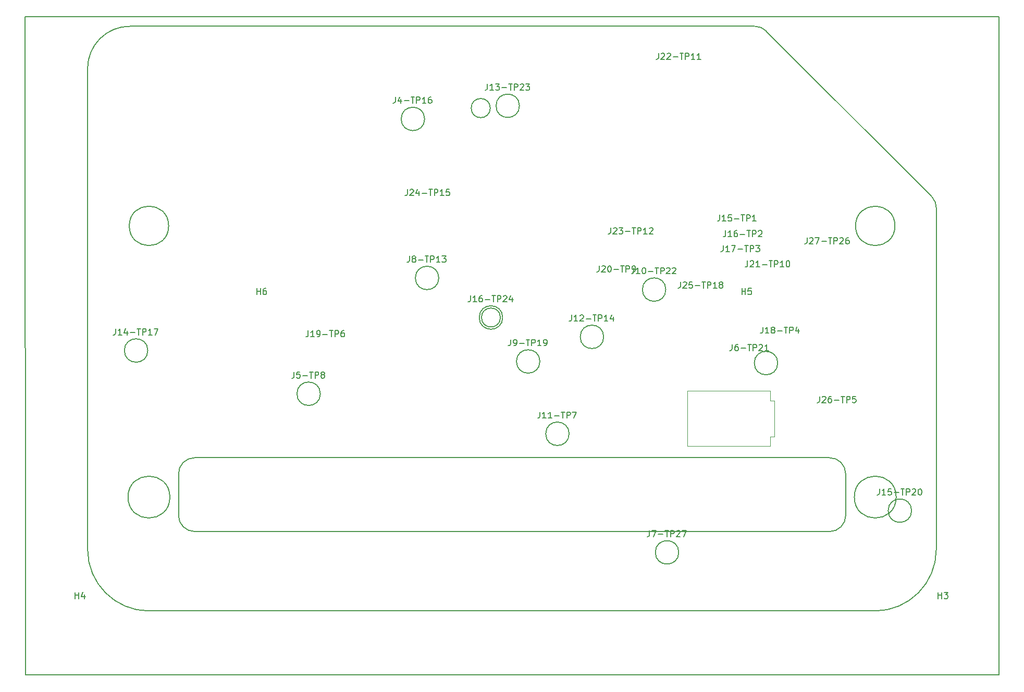
<source format=gto>
G04 #@! TF.GenerationSoftware,KiCad,Pcbnew,(5.1.5)-3*
G04 #@! TF.CreationDate,2020-04-28T11:43:09+02:00*
G04 #@! TF.ProjectId,carecasetesterpogo,63617265-6361-4736-9574-657374657270,rev?*
G04 #@! TF.SameCoordinates,Original*
G04 #@! TF.FileFunction,Legend,Top*
G04 #@! TF.FilePolarity,Positive*
%FSLAX46Y46*%
G04 Gerber Fmt 4.6, Leading zero omitted, Abs format (unit mm)*
G04 Created by KiCad (PCBNEW (5.1.5)-3) date 2020-04-28 11:43:09*
%MOMM*%
%LPD*%
G04 APERTURE LIST*
%ADD10C,0.150000*%
%ADD11C,0.200000*%
%ADD12C,0.100000*%
G04 APERTURE END LIST*
D10*
X157402630Y-77940000D02*
G75*
G03X157402630Y-77940000I-1902630J0D01*
G01*
X141992630Y-80070000D02*
G75*
G03X141992630Y-80070000I-1902630J0D01*
G01*
X97022630Y-117700000D02*
G75*
G03X97022630Y-117700000I-1902630J0D01*
G01*
X125052630Y-124730000D02*
G75*
G03X125052630Y-124730000I-1902630J0D01*
G01*
X144292630Y-105910000D02*
G75*
G03X144292630Y-105910000I-1902630J0D01*
G01*
X154306522Y-112340000D02*
G75*
G03X154306522Y-112340000I-1536522J0D01*
G01*
X154672630Y-112340000D02*
G75*
G03X154672630Y-112340000I-1902630J0D01*
G01*
X171082630Y-115480000D02*
G75*
G03X171082630Y-115480000I-1902630J0D01*
G01*
X181182630Y-107800000D02*
G75*
G03X181182630Y-107800000I-1902630J0D01*
G01*
X221112630Y-143720000D02*
G75*
G03X221112630Y-143720000I-1902630J0D01*
G01*
X183282630Y-150500000D02*
G75*
G03X183282630Y-150500000I-1902630J0D01*
G01*
X160722630Y-119480000D02*
G75*
G03X160722630Y-119480000I-1902630J0D01*
G01*
X165472630Y-131230000D02*
G75*
G03X165472630Y-131230000I-1902630J0D01*
G01*
X199362630Y-119740000D02*
G75*
G03X199362630Y-119740000I-1902630J0D01*
G01*
D11*
X235310000Y-63480000D02*
X235290000Y-170410000D01*
X77070000Y-63480000D02*
X235310000Y-63480000D01*
X77150000Y-170400000D02*
X77070000Y-63480000D01*
X104630000Y-135120000D02*
X207750000Y-135120000D01*
X195640000Y-65020000D02*
X94180000Y-65020000D01*
X77150000Y-170400000D02*
X235290000Y-170410000D01*
X152660000Y-78311679D02*
G75*
G03X152660000Y-78311679I-1550000J0D01*
G01*
X87240094Y-71860256D02*
G75*
G02X94160000Y-65020000I6850364J-9762D01*
G01*
X104671152Y-147109678D02*
G75*
G02X102010000Y-144490000I-41152J2619677D01*
G01*
X102010000Y-137780000D02*
X102010000Y-144490000D01*
X102010018Y-137781153D02*
G75*
G02X104629695Y-135120000I2619677J41153D01*
G01*
X100610000Y-141520000D02*
G75*
G03X100610000Y-141520000I-3400000J0D01*
G01*
X210410000Y-144460000D02*
X210410000Y-137740000D01*
X210409982Y-144458847D02*
G75*
G02X207790305Y-147120000I-2619677J-41153D01*
G01*
X207748843Y-135120018D02*
G75*
G02X210409996Y-137739695I41153J-2619677D01*
G01*
X218610000Y-141520000D02*
G75*
G03X218610000Y-141520000I-3400000J0D01*
G01*
D12*
X198160000Y-125820000D02*
X198810000Y-125820000D01*
X198160000Y-124270000D02*
X198160000Y-125820000D01*
X184710000Y-124270000D02*
X198160000Y-124270000D01*
X184710000Y-133220000D02*
X184710000Y-124270000D01*
X198160000Y-133220000D02*
X184710000Y-133220000D01*
X198160000Y-131720000D02*
X198160000Y-133220000D01*
X198810000Y-131720000D02*
X198160000Y-131720000D01*
X198810000Y-125820000D02*
X198810000Y-131720000D01*
D11*
X224399641Y-92710631D02*
G75*
G02X225140000Y-94599045I-1859641J-1818415D01*
G01*
X224400000Y-92710000D02*
X197510000Y-65800000D01*
X195670000Y-65019946D02*
G75*
G02X197511695Y-65795663I-10923J-2600052D01*
G01*
X218410000Y-97450000D02*
G75*
G03X218410000Y-97450000I-3200000J0D01*
G01*
X100410000Y-97450000D02*
G75*
G03X100410000Y-97450000I-3200000J0D01*
G01*
X104670000Y-147110000D02*
X207790000Y-147120000D01*
X87240000Y-150020000D02*
X87240000Y-71860000D01*
X225130000Y-150020000D02*
X225140000Y-94600000D01*
X97240000Y-160020000D02*
X215130000Y-160020000D01*
X225130000Y-150020000D02*
G75*
G02X215130000Y-160020000I-10000000J0D01*
G01*
X97240000Y-160020000D02*
G75*
G02X87240000Y-150020000I0J10000000D01*
G01*
D10*
X114738095Y-108602380D02*
X114738095Y-107602380D01*
X114738095Y-108078571D02*
X115309523Y-108078571D01*
X115309523Y-108602380D02*
X115309523Y-107602380D01*
X116214285Y-107602380D02*
X116023809Y-107602380D01*
X115928571Y-107650000D01*
X115880952Y-107697619D01*
X115785714Y-107840476D01*
X115738095Y-108030952D01*
X115738095Y-108411904D01*
X115785714Y-108507142D01*
X115833333Y-108554761D01*
X115928571Y-108602380D01*
X116119047Y-108602380D01*
X116214285Y-108554761D01*
X116261904Y-108507142D01*
X116309523Y-108411904D01*
X116309523Y-108173809D01*
X116261904Y-108078571D01*
X116214285Y-108030952D01*
X116119047Y-107983333D01*
X115928571Y-107983333D01*
X115833333Y-108030952D01*
X115785714Y-108078571D01*
X115738095Y-108173809D01*
X193538095Y-108602380D02*
X193538095Y-107602380D01*
X193538095Y-108078571D02*
X194109523Y-108078571D01*
X194109523Y-108602380D02*
X194109523Y-107602380D01*
X195061904Y-107602380D02*
X194585714Y-107602380D01*
X194538095Y-108078571D01*
X194585714Y-108030952D01*
X194680952Y-107983333D01*
X194919047Y-107983333D01*
X195014285Y-108030952D01*
X195061904Y-108078571D01*
X195109523Y-108173809D01*
X195109523Y-108411904D01*
X195061904Y-108507142D01*
X195014285Y-108554761D01*
X194919047Y-108602380D01*
X194680952Y-108602380D01*
X194585714Y-108554761D01*
X194538095Y-108507142D01*
X85238095Y-158002380D02*
X85238095Y-157002380D01*
X85238095Y-157478571D02*
X85809523Y-157478571D01*
X85809523Y-158002380D02*
X85809523Y-157002380D01*
X86714285Y-157335714D02*
X86714285Y-158002380D01*
X86476190Y-156954761D02*
X86238095Y-157669047D01*
X86857142Y-157669047D01*
X225438095Y-158002380D02*
X225438095Y-157002380D01*
X225438095Y-157478571D02*
X226009523Y-157478571D01*
X226009523Y-158002380D02*
X226009523Y-157002380D01*
X226390476Y-157002380D02*
X227009523Y-157002380D01*
X226676190Y-157383333D01*
X226819047Y-157383333D01*
X226914285Y-157430952D01*
X226961904Y-157478571D01*
X227009523Y-157573809D01*
X227009523Y-157811904D01*
X226961904Y-157907142D01*
X226914285Y-157954761D01*
X226819047Y-158002380D01*
X226533333Y-158002380D01*
X226438095Y-157954761D01*
X226390476Y-157907142D01*
X206174285Y-125162380D02*
X206174285Y-125876666D01*
X206126666Y-126019523D01*
X206031428Y-126114761D01*
X205888571Y-126162380D01*
X205793333Y-126162380D01*
X206602857Y-125257619D02*
X206650476Y-125210000D01*
X206745714Y-125162380D01*
X206983809Y-125162380D01*
X207079047Y-125210000D01*
X207126666Y-125257619D01*
X207174285Y-125352857D01*
X207174285Y-125448095D01*
X207126666Y-125590952D01*
X206555238Y-126162380D01*
X207174285Y-126162380D01*
X208031428Y-125162380D02*
X207840952Y-125162380D01*
X207745714Y-125210000D01*
X207698095Y-125257619D01*
X207602857Y-125400476D01*
X207555238Y-125590952D01*
X207555238Y-125971904D01*
X207602857Y-126067142D01*
X207650476Y-126114761D01*
X207745714Y-126162380D01*
X207936190Y-126162380D01*
X208031428Y-126114761D01*
X208079047Y-126067142D01*
X208126666Y-125971904D01*
X208126666Y-125733809D01*
X208079047Y-125638571D01*
X208031428Y-125590952D01*
X207936190Y-125543333D01*
X207745714Y-125543333D01*
X207650476Y-125590952D01*
X207602857Y-125638571D01*
X207555238Y-125733809D01*
X208555238Y-125781428D02*
X209317142Y-125781428D01*
X209650476Y-125162380D02*
X210221904Y-125162380D01*
X209936190Y-126162380D02*
X209936190Y-125162380D01*
X210555238Y-126162380D02*
X210555238Y-125162380D01*
X210936190Y-125162380D01*
X211031428Y-125210000D01*
X211079047Y-125257619D01*
X211126666Y-125352857D01*
X211126666Y-125495714D01*
X211079047Y-125590952D01*
X211031428Y-125638571D01*
X210936190Y-125686190D01*
X210555238Y-125686190D01*
X212031428Y-125162380D02*
X211555238Y-125162380D01*
X211507619Y-125638571D01*
X211555238Y-125590952D01*
X211650476Y-125543333D01*
X211888571Y-125543333D01*
X211983809Y-125590952D01*
X212031428Y-125638571D01*
X212079047Y-125733809D01*
X212079047Y-125971904D01*
X212031428Y-126067142D01*
X211983809Y-126114761D01*
X211888571Y-126162380D01*
X211650476Y-126162380D01*
X211555238Y-126114761D01*
X211507619Y-126067142D01*
X155974285Y-115922380D02*
X155974285Y-116636666D01*
X155926666Y-116779523D01*
X155831428Y-116874761D01*
X155688571Y-116922380D01*
X155593333Y-116922380D01*
X156498095Y-116922380D02*
X156688571Y-116922380D01*
X156783809Y-116874761D01*
X156831428Y-116827142D01*
X156926666Y-116684285D01*
X156974285Y-116493809D01*
X156974285Y-116112857D01*
X156926666Y-116017619D01*
X156879047Y-115970000D01*
X156783809Y-115922380D01*
X156593333Y-115922380D01*
X156498095Y-115970000D01*
X156450476Y-116017619D01*
X156402857Y-116112857D01*
X156402857Y-116350952D01*
X156450476Y-116446190D01*
X156498095Y-116493809D01*
X156593333Y-116541428D01*
X156783809Y-116541428D01*
X156879047Y-116493809D01*
X156926666Y-116446190D01*
X156974285Y-116350952D01*
X157402857Y-116541428D02*
X158164761Y-116541428D01*
X158498095Y-115922380D02*
X159069523Y-115922380D01*
X158783809Y-116922380D02*
X158783809Y-115922380D01*
X159402857Y-116922380D02*
X159402857Y-115922380D01*
X159783809Y-115922380D01*
X159879047Y-115970000D01*
X159926666Y-116017619D01*
X159974285Y-116112857D01*
X159974285Y-116255714D01*
X159926666Y-116350952D01*
X159879047Y-116398571D01*
X159783809Y-116446190D01*
X159402857Y-116446190D01*
X160926666Y-116922380D02*
X160355238Y-116922380D01*
X160640952Y-116922380D02*
X160640952Y-115922380D01*
X160545714Y-116065238D01*
X160450476Y-116160476D01*
X160355238Y-116208095D01*
X161402857Y-116922380D02*
X161593333Y-116922380D01*
X161688571Y-116874761D01*
X161736190Y-116827142D01*
X161831428Y-116684285D01*
X161879047Y-116493809D01*
X161879047Y-116112857D01*
X161831428Y-116017619D01*
X161783809Y-115970000D01*
X161688571Y-115922380D01*
X161498095Y-115922380D01*
X161402857Y-115970000D01*
X161355238Y-116017619D01*
X161307619Y-116112857D01*
X161307619Y-116350952D01*
X161355238Y-116446190D01*
X161402857Y-116493809D01*
X161498095Y-116541428D01*
X161688571Y-116541428D01*
X161783809Y-116493809D01*
X161831428Y-116446190D01*
X161879047Y-116350952D01*
X139544285Y-102352380D02*
X139544285Y-103066666D01*
X139496666Y-103209523D01*
X139401428Y-103304761D01*
X139258571Y-103352380D01*
X139163333Y-103352380D01*
X140163333Y-102780952D02*
X140068095Y-102733333D01*
X140020476Y-102685714D01*
X139972857Y-102590476D01*
X139972857Y-102542857D01*
X140020476Y-102447619D01*
X140068095Y-102400000D01*
X140163333Y-102352380D01*
X140353809Y-102352380D01*
X140449047Y-102400000D01*
X140496666Y-102447619D01*
X140544285Y-102542857D01*
X140544285Y-102590476D01*
X140496666Y-102685714D01*
X140449047Y-102733333D01*
X140353809Y-102780952D01*
X140163333Y-102780952D01*
X140068095Y-102828571D01*
X140020476Y-102876190D01*
X139972857Y-102971428D01*
X139972857Y-103161904D01*
X140020476Y-103257142D01*
X140068095Y-103304761D01*
X140163333Y-103352380D01*
X140353809Y-103352380D01*
X140449047Y-103304761D01*
X140496666Y-103257142D01*
X140544285Y-103161904D01*
X140544285Y-102971428D01*
X140496666Y-102876190D01*
X140449047Y-102828571D01*
X140353809Y-102780952D01*
X140972857Y-102971428D02*
X141734761Y-102971428D01*
X142068095Y-102352380D02*
X142639523Y-102352380D01*
X142353809Y-103352380D02*
X142353809Y-102352380D01*
X142972857Y-103352380D02*
X142972857Y-102352380D01*
X143353809Y-102352380D01*
X143449047Y-102400000D01*
X143496666Y-102447619D01*
X143544285Y-102542857D01*
X143544285Y-102685714D01*
X143496666Y-102780952D01*
X143449047Y-102828571D01*
X143353809Y-102876190D01*
X142972857Y-102876190D01*
X144496666Y-103352380D02*
X143925238Y-103352380D01*
X144210952Y-103352380D02*
X144210952Y-102352380D01*
X144115714Y-102495238D01*
X144020476Y-102590476D01*
X143925238Y-102638095D01*
X144830000Y-102352380D02*
X145449047Y-102352380D01*
X145115714Y-102733333D01*
X145258571Y-102733333D01*
X145353809Y-102780952D01*
X145401428Y-102828571D01*
X145449047Y-102923809D01*
X145449047Y-103161904D01*
X145401428Y-103257142D01*
X145353809Y-103304761D01*
X145258571Y-103352380D01*
X144972857Y-103352380D01*
X144877619Y-103304761D01*
X144830000Y-103257142D01*
X178534285Y-146942380D02*
X178534285Y-147656666D01*
X178486666Y-147799523D01*
X178391428Y-147894761D01*
X178248571Y-147942380D01*
X178153333Y-147942380D01*
X178915238Y-146942380D02*
X179581904Y-146942380D01*
X179153333Y-147942380D01*
X179962857Y-147561428D02*
X180724761Y-147561428D01*
X181058095Y-146942380D02*
X181629523Y-146942380D01*
X181343809Y-147942380D02*
X181343809Y-146942380D01*
X181962857Y-147942380D02*
X181962857Y-146942380D01*
X182343809Y-146942380D01*
X182439047Y-146990000D01*
X182486666Y-147037619D01*
X182534285Y-147132857D01*
X182534285Y-147275714D01*
X182486666Y-147370952D01*
X182439047Y-147418571D01*
X182343809Y-147466190D01*
X181962857Y-147466190D01*
X182915238Y-147037619D02*
X182962857Y-146990000D01*
X183058095Y-146942380D01*
X183296190Y-146942380D01*
X183391428Y-146990000D01*
X183439047Y-147037619D01*
X183486666Y-147132857D01*
X183486666Y-147228095D01*
X183439047Y-147370952D01*
X182867619Y-147942380D01*
X183486666Y-147942380D01*
X183820000Y-146942380D02*
X184486666Y-146942380D01*
X184058095Y-147942380D01*
X191964285Y-116712380D02*
X191964285Y-117426666D01*
X191916666Y-117569523D01*
X191821428Y-117664761D01*
X191678571Y-117712380D01*
X191583333Y-117712380D01*
X192869047Y-116712380D02*
X192678571Y-116712380D01*
X192583333Y-116760000D01*
X192535714Y-116807619D01*
X192440476Y-116950476D01*
X192392857Y-117140952D01*
X192392857Y-117521904D01*
X192440476Y-117617142D01*
X192488095Y-117664761D01*
X192583333Y-117712380D01*
X192773809Y-117712380D01*
X192869047Y-117664761D01*
X192916666Y-117617142D01*
X192964285Y-117521904D01*
X192964285Y-117283809D01*
X192916666Y-117188571D01*
X192869047Y-117140952D01*
X192773809Y-117093333D01*
X192583333Y-117093333D01*
X192488095Y-117140952D01*
X192440476Y-117188571D01*
X192392857Y-117283809D01*
X193392857Y-117331428D02*
X194154761Y-117331428D01*
X194488095Y-116712380D02*
X195059523Y-116712380D01*
X194773809Y-117712380D02*
X194773809Y-116712380D01*
X195392857Y-117712380D02*
X195392857Y-116712380D01*
X195773809Y-116712380D01*
X195869047Y-116760000D01*
X195916666Y-116807619D01*
X195964285Y-116902857D01*
X195964285Y-117045714D01*
X195916666Y-117140952D01*
X195869047Y-117188571D01*
X195773809Y-117236190D01*
X195392857Y-117236190D01*
X196345238Y-116807619D02*
X196392857Y-116760000D01*
X196488095Y-116712380D01*
X196726190Y-116712380D01*
X196821428Y-116760000D01*
X196869047Y-116807619D01*
X196916666Y-116902857D01*
X196916666Y-116998095D01*
X196869047Y-117140952D01*
X196297619Y-117712380D01*
X196916666Y-117712380D01*
X197869047Y-117712380D02*
X197297619Y-117712380D01*
X197583333Y-117712380D02*
X197583333Y-116712380D01*
X197488095Y-116855238D01*
X197392857Y-116950476D01*
X197297619Y-116998095D01*
X120780476Y-121182380D02*
X120780476Y-121896666D01*
X120732857Y-122039523D01*
X120637619Y-122134761D01*
X120494761Y-122182380D01*
X120399523Y-122182380D01*
X121732857Y-121182380D02*
X121256666Y-121182380D01*
X121209047Y-121658571D01*
X121256666Y-121610952D01*
X121351904Y-121563333D01*
X121590000Y-121563333D01*
X121685238Y-121610952D01*
X121732857Y-121658571D01*
X121780476Y-121753809D01*
X121780476Y-121991904D01*
X121732857Y-122087142D01*
X121685238Y-122134761D01*
X121590000Y-122182380D01*
X121351904Y-122182380D01*
X121256666Y-122134761D01*
X121209047Y-122087142D01*
X122209047Y-121801428D02*
X122970952Y-121801428D01*
X123304285Y-121182380D02*
X123875714Y-121182380D01*
X123590000Y-122182380D02*
X123590000Y-121182380D01*
X124209047Y-122182380D02*
X124209047Y-121182380D01*
X124590000Y-121182380D01*
X124685238Y-121230000D01*
X124732857Y-121277619D01*
X124780476Y-121372857D01*
X124780476Y-121515714D01*
X124732857Y-121610952D01*
X124685238Y-121658571D01*
X124590000Y-121706190D01*
X124209047Y-121706190D01*
X125351904Y-121610952D02*
X125256666Y-121563333D01*
X125209047Y-121515714D01*
X125161428Y-121420476D01*
X125161428Y-121372857D01*
X125209047Y-121277619D01*
X125256666Y-121230000D01*
X125351904Y-121182380D01*
X125542380Y-121182380D01*
X125637619Y-121230000D01*
X125685238Y-121277619D01*
X125732857Y-121372857D01*
X125732857Y-121420476D01*
X125685238Y-121515714D01*
X125637619Y-121563333D01*
X125542380Y-121610952D01*
X125351904Y-121610952D01*
X125256666Y-121658571D01*
X125209047Y-121706190D01*
X125161428Y-121801428D01*
X125161428Y-121991904D01*
X125209047Y-122087142D01*
X125256666Y-122134761D01*
X125351904Y-122182380D01*
X125542380Y-122182380D01*
X125637619Y-122134761D01*
X125685238Y-122087142D01*
X125732857Y-121991904D01*
X125732857Y-121801428D01*
X125685238Y-121706190D01*
X125637619Y-121658571D01*
X125542380Y-121610952D01*
X137254285Y-76512380D02*
X137254285Y-77226666D01*
X137206666Y-77369523D01*
X137111428Y-77464761D01*
X136968571Y-77512380D01*
X136873333Y-77512380D01*
X138159047Y-76845714D02*
X138159047Y-77512380D01*
X137920952Y-76464761D02*
X137682857Y-77179047D01*
X138301904Y-77179047D01*
X138682857Y-77131428D02*
X139444761Y-77131428D01*
X139778095Y-76512380D02*
X140349523Y-76512380D01*
X140063809Y-77512380D02*
X140063809Y-76512380D01*
X140682857Y-77512380D02*
X140682857Y-76512380D01*
X141063809Y-76512380D01*
X141159047Y-76560000D01*
X141206666Y-76607619D01*
X141254285Y-76702857D01*
X141254285Y-76845714D01*
X141206666Y-76940952D01*
X141159047Y-76988571D01*
X141063809Y-77036190D01*
X140682857Y-77036190D01*
X142206666Y-77512380D02*
X141635238Y-77512380D01*
X141920952Y-77512380D02*
X141920952Y-76512380D01*
X141825714Y-76655238D01*
X141730476Y-76750476D01*
X141635238Y-76798095D01*
X143063809Y-76512380D02*
X142873333Y-76512380D01*
X142778095Y-76560000D01*
X142730476Y-76607619D01*
X142635238Y-76750476D01*
X142587619Y-76940952D01*
X142587619Y-77321904D01*
X142635238Y-77417142D01*
X142682857Y-77464761D01*
X142778095Y-77512380D01*
X142968571Y-77512380D01*
X143063809Y-77464761D01*
X143111428Y-77417142D01*
X143159047Y-77321904D01*
X143159047Y-77083809D01*
X143111428Y-76988571D01*
X143063809Y-76940952D01*
X142968571Y-76893333D01*
X142778095Y-76893333D01*
X142682857Y-76940952D01*
X142635238Y-76988571D01*
X142587619Y-77083809D01*
X204118095Y-99372380D02*
X204118095Y-100086666D01*
X204070476Y-100229523D01*
X203975238Y-100324761D01*
X203832380Y-100372380D01*
X203737142Y-100372380D01*
X204546666Y-99467619D02*
X204594285Y-99420000D01*
X204689523Y-99372380D01*
X204927619Y-99372380D01*
X205022857Y-99420000D01*
X205070476Y-99467619D01*
X205118095Y-99562857D01*
X205118095Y-99658095D01*
X205070476Y-99800952D01*
X204499047Y-100372380D01*
X205118095Y-100372380D01*
X205451428Y-99372380D02*
X206118095Y-99372380D01*
X205689523Y-100372380D01*
X206499047Y-99991428D02*
X207260952Y-99991428D01*
X207594285Y-99372380D02*
X208165714Y-99372380D01*
X207880000Y-100372380D02*
X207880000Y-99372380D01*
X208499047Y-100372380D02*
X208499047Y-99372380D01*
X208880000Y-99372380D01*
X208975238Y-99420000D01*
X209022857Y-99467619D01*
X209070476Y-99562857D01*
X209070476Y-99705714D01*
X209022857Y-99800952D01*
X208975238Y-99848571D01*
X208880000Y-99896190D01*
X208499047Y-99896190D01*
X209451428Y-99467619D02*
X209499047Y-99420000D01*
X209594285Y-99372380D01*
X209832380Y-99372380D01*
X209927619Y-99420000D01*
X209975238Y-99467619D01*
X210022857Y-99562857D01*
X210022857Y-99658095D01*
X209975238Y-99800952D01*
X209403809Y-100372380D01*
X210022857Y-100372380D01*
X210880000Y-99372380D02*
X210689523Y-99372380D01*
X210594285Y-99420000D01*
X210546666Y-99467619D01*
X210451428Y-99610476D01*
X210403809Y-99800952D01*
X210403809Y-100181904D01*
X210451428Y-100277142D01*
X210499047Y-100324761D01*
X210594285Y-100372380D01*
X210784761Y-100372380D01*
X210880000Y-100324761D01*
X210927619Y-100277142D01*
X210975238Y-100181904D01*
X210975238Y-99943809D01*
X210927619Y-99848571D01*
X210880000Y-99800952D01*
X210784761Y-99753333D01*
X210594285Y-99753333D01*
X210499047Y-99800952D01*
X210451428Y-99848571D01*
X210403809Y-99943809D01*
X183568095Y-106562380D02*
X183568095Y-107276666D01*
X183520476Y-107419523D01*
X183425238Y-107514761D01*
X183282380Y-107562380D01*
X183187142Y-107562380D01*
X183996666Y-106657619D02*
X184044285Y-106610000D01*
X184139523Y-106562380D01*
X184377619Y-106562380D01*
X184472857Y-106610000D01*
X184520476Y-106657619D01*
X184568095Y-106752857D01*
X184568095Y-106848095D01*
X184520476Y-106990952D01*
X183949047Y-107562380D01*
X184568095Y-107562380D01*
X185472857Y-106562380D02*
X184996666Y-106562380D01*
X184949047Y-107038571D01*
X184996666Y-106990952D01*
X185091904Y-106943333D01*
X185330000Y-106943333D01*
X185425238Y-106990952D01*
X185472857Y-107038571D01*
X185520476Y-107133809D01*
X185520476Y-107371904D01*
X185472857Y-107467142D01*
X185425238Y-107514761D01*
X185330000Y-107562380D01*
X185091904Y-107562380D01*
X184996666Y-107514761D01*
X184949047Y-107467142D01*
X185949047Y-107181428D02*
X186710952Y-107181428D01*
X187044285Y-106562380D02*
X187615714Y-106562380D01*
X187330000Y-107562380D02*
X187330000Y-106562380D01*
X187949047Y-107562380D02*
X187949047Y-106562380D01*
X188330000Y-106562380D01*
X188425238Y-106610000D01*
X188472857Y-106657619D01*
X188520476Y-106752857D01*
X188520476Y-106895714D01*
X188472857Y-106990952D01*
X188425238Y-107038571D01*
X188330000Y-107086190D01*
X187949047Y-107086190D01*
X189472857Y-107562380D02*
X188901428Y-107562380D01*
X189187142Y-107562380D02*
X189187142Y-106562380D01*
X189091904Y-106705238D01*
X188996666Y-106800476D01*
X188901428Y-106848095D01*
X190044285Y-106990952D02*
X189949047Y-106943333D01*
X189901428Y-106895714D01*
X189853809Y-106800476D01*
X189853809Y-106752857D01*
X189901428Y-106657619D01*
X189949047Y-106610000D01*
X190044285Y-106562380D01*
X190234761Y-106562380D01*
X190330000Y-106610000D01*
X190377619Y-106657619D01*
X190425238Y-106752857D01*
X190425238Y-106800476D01*
X190377619Y-106895714D01*
X190330000Y-106943333D01*
X190234761Y-106990952D01*
X190044285Y-106990952D01*
X189949047Y-107038571D01*
X189901428Y-107086190D01*
X189853809Y-107181428D01*
X189853809Y-107371904D01*
X189901428Y-107467142D01*
X189949047Y-107514761D01*
X190044285Y-107562380D01*
X190234761Y-107562380D01*
X190330000Y-107514761D01*
X190377619Y-107467142D01*
X190425238Y-107371904D01*
X190425238Y-107181428D01*
X190377619Y-107086190D01*
X190330000Y-107038571D01*
X190234761Y-106990952D01*
X139198095Y-91522380D02*
X139198095Y-92236666D01*
X139150476Y-92379523D01*
X139055238Y-92474761D01*
X138912380Y-92522380D01*
X138817142Y-92522380D01*
X139626666Y-91617619D02*
X139674285Y-91570000D01*
X139769523Y-91522380D01*
X140007619Y-91522380D01*
X140102857Y-91570000D01*
X140150476Y-91617619D01*
X140198095Y-91712857D01*
X140198095Y-91808095D01*
X140150476Y-91950952D01*
X139579047Y-92522380D01*
X140198095Y-92522380D01*
X141055238Y-91855714D02*
X141055238Y-92522380D01*
X140817142Y-91474761D02*
X140579047Y-92189047D01*
X141198095Y-92189047D01*
X141579047Y-92141428D02*
X142340952Y-92141428D01*
X142674285Y-91522380D02*
X143245714Y-91522380D01*
X142960000Y-92522380D02*
X142960000Y-91522380D01*
X143579047Y-92522380D02*
X143579047Y-91522380D01*
X143960000Y-91522380D01*
X144055238Y-91570000D01*
X144102857Y-91617619D01*
X144150476Y-91712857D01*
X144150476Y-91855714D01*
X144102857Y-91950952D01*
X144055238Y-91998571D01*
X143960000Y-92046190D01*
X143579047Y-92046190D01*
X145102857Y-92522380D02*
X144531428Y-92522380D01*
X144817142Y-92522380D02*
X144817142Y-91522380D01*
X144721904Y-91665238D01*
X144626666Y-91760476D01*
X144531428Y-91808095D01*
X146007619Y-91522380D02*
X145531428Y-91522380D01*
X145483809Y-91998571D01*
X145531428Y-91950952D01*
X145626666Y-91903333D01*
X145864761Y-91903333D01*
X145960000Y-91950952D01*
X146007619Y-91998571D01*
X146055238Y-92093809D01*
X146055238Y-92331904D01*
X146007619Y-92427142D01*
X145960000Y-92474761D01*
X145864761Y-92522380D01*
X145626666Y-92522380D01*
X145531428Y-92474761D01*
X145483809Y-92427142D01*
X172228095Y-97762380D02*
X172228095Y-98476666D01*
X172180476Y-98619523D01*
X172085238Y-98714761D01*
X171942380Y-98762380D01*
X171847142Y-98762380D01*
X172656666Y-97857619D02*
X172704285Y-97810000D01*
X172799523Y-97762380D01*
X173037619Y-97762380D01*
X173132857Y-97810000D01*
X173180476Y-97857619D01*
X173228095Y-97952857D01*
X173228095Y-98048095D01*
X173180476Y-98190952D01*
X172609047Y-98762380D01*
X173228095Y-98762380D01*
X173561428Y-97762380D02*
X174180476Y-97762380D01*
X173847142Y-98143333D01*
X173990000Y-98143333D01*
X174085238Y-98190952D01*
X174132857Y-98238571D01*
X174180476Y-98333809D01*
X174180476Y-98571904D01*
X174132857Y-98667142D01*
X174085238Y-98714761D01*
X173990000Y-98762380D01*
X173704285Y-98762380D01*
X173609047Y-98714761D01*
X173561428Y-98667142D01*
X174609047Y-98381428D02*
X175370952Y-98381428D01*
X175704285Y-97762380D02*
X176275714Y-97762380D01*
X175990000Y-98762380D02*
X175990000Y-97762380D01*
X176609047Y-98762380D02*
X176609047Y-97762380D01*
X176990000Y-97762380D01*
X177085238Y-97810000D01*
X177132857Y-97857619D01*
X177180476Y-97952857D01*
X177180476Y-98095714D01*
X177132857Y-98190952D01*
X177085238Y-98238571D01*
X176990000Y-98286190D01*
X176609047Y-98286190D01*
X178132857Y-98762380D02*
X177561428Y-98762380D01*
X177847142Y-98762380D02*
X177847142Y-97762380D01*
X177751904Y-97905238D01*
X177656666Y-98000476D01*
X177561428Y-98048095D01*
X178513809Y-97857619D02*
X178561428Y-97810000D01*
X178656666Y-97762380D01*
X178894761Y-97762380D01*
X178990000Y-97810000D01*
X179037619Y-97857619D01*
X179085238Y-97952857D01*
X179085238Y-98048095D01*
X179037619Y-98190952D01*
X178466190Y-98762380D01*
X179085238Y-98762380D01*
X179998095Y-69402380D02*
X179998095Y-70116666D01*
X179950476Y-70259523D01*
X179855238Y-70354761D01*
X179712380Y-70402380D01*
X179617142Y-70402380D01*
X180426666Y-69497619D02*
X180474285Y-69450000D01*
X180569523Y-69402380D01*
X180807619Y-69402380D01*
X180902857Y-69450000D01*
X180950476Y-69497619D01*
X180998095Y-69592857D01*
X180998095Y-69688095D01*
X180950476Y-69830952D01*
X180379047Y-70402380D01*
X180998095Y-70402380D01*
X181379047Y-69497619D02*
X181426666Y-69450000D01*
X181521904Y-69402380D01*
X181760000Y-69402380D01*
X181855238Y-69450000D01*
X181902857Y-69497619D01*
X181950476Y-69592857D01*
X181950476Y-69688095D01*
X181902857Y-69830952D01*
X181331428Y-70402380D01*
X181950476Y-70402380D01*
X182379047Y-70021428D02*
X183140952Y-70021428D01*
X183474285Y-69402380D02*
X184045714Y-69402380D01*
X183760000Y-70402380D02*
X183760000Y-69402380D01*
X184379047Y-70402380D02*
X184379047Y-69402380D01*
X184760000Y-69402380D01*
X184855238Y-69450000D01*
X184902857Y-69497619D01*
X184950476Y-69592857D01*
X184950476Y-69735714D01*
X184902857Y-69830952D01*
X184855238Y-69878571D01*
X184760000Y-69926190D01*
X184379047Y-69926190D01*
X185902857Y-70402380D02*
X185331428Y-70402380D01*
X185617142Y-70402380D02*
X185617142Y-69402380D01*
X185521904Y-69545238D01*
X185426666Y-69640476D01*
X185331428Y-69688095D01*
X186855238Y-70402380D02*
X186283809Y-70402380D01*
X186569523Y-70402380D02*
X186569523Y-69402380D01*
X186474285Y-69545238D01*
X186379047Y-69640476D01*
X186283809Y-69688095D01*
X194458095Y-103122380D02*
X194458095Y-103836666D01*
X194410476Y-103979523D01*
X194315238Y-104074761D01*
X194172380Y-104122380D01*
X194077142Y-104122380D01*
X194886666Y-103217619D02*
X194934285Y-103170000D01*
X195029523Y-103122380D01*
X195267619Y-103122380D01*
X195362857Y-103170000D01*
X195410476Y-103217619D01*
X195458095Y-103312857D01*
X195458095Y-103408095D01*
X195410476Y-103550952D01*
X194839047Y-104122380D01*
X195458095Y-104122380D01*
X196410476Y-104122380D02*
X195839047Y-104122380D01*
X196124761Y-104122380D02*
X196124761Y-103122380D01*
X196029523Y-103265238D01*
X195934285Y-103360476D01*
X195839047Y-103408095D01*
X196839047Y-103741428D02*
X197600952Y-103741428D01*
X197934285Y-103122380D02*
X198505714Y-103122380D01*
X198220000Y-104122380D02*
X198220000Y-103122380D01*
X198839047Y-104122380D02*
X198839047Y-103122380D01*
X199220000Y-103122380D01*
X199315238Y-103170000D01*
X199362857Y-103217619D01*
X199410476Y-103312857D01*
X199410476Y-103455714D01*
X199362857Y-103550952D01*
X199315238Y-103598571D01*
X199220000Y-103646190D01*
X198839047Y-103646190D01*
X200362857Y-104122380D02*
X199791428Y-104122380D01*
X200077142Y-104122380D02*
X200077142Y-103122380D01*
X199981904Y-103265238D01*
X199886666Y-103360476D01*
X199791428Y-103408095D01*
X200981904Y-103122380D02*
X201077142Y-103122380D01*
X201172380Y-103170000D01*
X201220000Y-103217619D01*
X201267619Y-103312857D01*
X201315238Y-103503333D01*
X201315238Y-103741428D01*
X201267619Y-103931904D01*
X201220000Y-104027142D01*
X201172380Y-104074761D01*
X201077142Y-104122380D01*
X200981904Y-104122380D01*
X200886666Y-104074761D01*
X200839047Y-104027142D01*
X200791428Y-103931904D01*
X200743809Y-103741428D01*
X200743809Y-103503333D01*
X200791428Y-103312857D01*
X200839047Y-103217619D01*
X200886666Y-103170000D01*
X200981904Y-103122380D01*
X170354285Y-103932380D02*
X170354285Y-104646666D01*
X170306666Y-104789523D01*
X170211428Y-104884761D01*
X170068571Y-104932380D01*
X169973333Y-104932380D01*
X170782857Y-104027619D02*
X170830476Y-103980000D01*
X170925714Y-103932380D01*
X171163809Y-103932380D01*
X171259047Y-103980000D01*
X171306666Y-104027619D01*
X171354285Y-104122857D01*
X171354285Y-104218095D01*
X171306666Y-104360952D01*
X170735238Y-104932380D01*
X171354285Y-104932380D01*
X171973333Y-103932380D02*
X172068571Y-103932380D01*
X172163809Y-103980000D01*
X172211428Y-104027619D01*
X172259047Y-104122857D01*
X172306666Y-104313333D01*
X172306666Y-104551428D01*
X172259047Y-104741904D01*
X172211428Y-104837142D01*
X172163809Y-104884761D01*
X172068571Y-104932380D01*
X171973333Y-104932380D01*
X171878095Y-104884761D01*
X171830476Y-104837142D01*
X171782857Y-104741904D01*
X171735238Y-104551428D01*
X171735238Y-104313333D01*
X171782857Y-104122857D01*
X171830476Y-104027619D01*
X171878095Y-103980000D01*
X171973333Y-103932380D01*
X172735238Y-104551428D02*
X173497142Y-104551428D01*
X173830476Y-103932380D02*
X174401904Y-103932380D01*
X174116190Y-104932380D02*
X174116190Y-103932380D01*
X174735238Y-104932380D02*
X174735238Y-103932380D01*
X175116190Y-103932380D01*
X175211428Y-103980000D01*
X175259047Y-104027619D01*
X175306666Y-104122857D01*
X175306666Y-104265714D01*
X175259047Y-104360952D01*
X175211428Y-104408571D01*
X175116190Y-104456190D01*
X174735238Y-104456190D01*
X175782857Y-104932380D02*
X175973333Y-104932380D01*
X176068571Y-104884761D01*
X176116190Y-104837142D01*
X176211428Y-104694285D01*
X176259047Y-104503809D01*
X176259047Y-104122857D01*
X176211428Y-104027619D01*
X176163809Y-103980000D01*
X176068571Y-103932380D01*
X175878095Y-103932380D01*
X175782857Y-103980000D01*
X175735238Y-104027619D01*
X175687619Y-104122857D01*
X175687619Y-104360952D01*
X175735238Y-104456190D01*
X175782857Y-104503809D01*
X175878095Y-104551428D01*
X176068571Y-104551428D01*
X176163809Y-104503809D01*
X176211428Y-104456190D01*
X176259047Y-104360952D01*
X123074285Y-114462380D02*
X123074285Y-115176666D01*
X123026666Y-115319523D01*
X122931428Y-115414761D01*
X122788571Y-115462380D01*
X122693333Y-115462380D01*
X124074285Y-115462380D02*
X123502857Y-115462380D01*
X123788571Y-115462380D02*
X123788571Y-114462380D01*
X123693333Y-114605238D01*
X123598095Y-114700476D01*
X123502857Y-114748095D01*
X124550476Y-115462380D02*
X124740952Y-115462380D01*
X124836190Y-115414761D01*
X124883809Y-115367142D01*
X124979047Y-115224285D01*
X125026666Y-115033809D01*
X125026666Y-114652857D01*
X124979047Y-114557619D01*
X124931428Y-114510000D01*
X124836190Y-114462380D01*
X124645714Y-114462380D01*
X124550476Y-114510000D01*
X124502857Y-114557619D01*
X124455238Y-114652857D01*
X124455238Y-114890952D01*
X124502857Y-114986190D01*
X124550476Y-115033809D01*
X124645714Y-115081428D01*
X124836190Y-115081428D01*
X124931428Y-115033809D01*
X124979047Y-114986190D01*
X125026666Y-114890952D01*
X125455238Y-115081428D02*
X126217142Y-115081428D01*
X126550476Y-114462380D02*
X127121904Y-114462380D01*
X126836190Y-115462380D02*
X126836190Y-114462380D01*
X127455238Y-115462380D02*
X127455238Y-114462380D01*
X127836190Y-114462380D01*
X127931428Y-114510000D01*
X127979047Y-114557619D01*
X128026666Y-114652857D01*
X128026666Y-114795714D01*
X127979047Y-114890952D01*
X127931428Y-114938571D01*
X127836190Y-114986190D01*
X127455238Y-114986190D01*
X128883809Y-114462380D02*
X128693333Y-114462380D01*
X128598095Y-114510000D01*
X128550476Y-114557619D01*
X128455238Y-114700476D01*
X128407619Y-114890952D01*
X128407619Y-115271904D01*
X128455238Y-115367142D01*
X128502857Y-115414761D01*
X128598095Y-115462380D01*
X128788571Y-115462380D01*
X128883809Y-115414761D01*
X128931428Y-115367142D01*
X128979047Y-115271904D01*
X128979047Y-115033809D01*
X128931428Y-114938571D01*
X128883809Y-114890952D01*
X128788571Y-114843333D01*
X128598095Y-114843333D01*
X128502857Y-114890952D01*
X128455238Y-114938571D01*
X128407619Y-115033809D01*
X196924285Y-113882380D02*
X196924285Y-114596666D01*
X196876666Y-114739523D01*
X196781428Y-114834761D01*
X196638571Y-114882380D01*
X196543333Y-114882380D01*
X197924285Y-114882380D02*
X197352857Y-114882380D01*
X197638571Y-114882380D02*
X197638571Y-113882380D01*
X197543333Y-114025238D01*
X197448095Y-114120476D01*
X197352857Y-114168095D01*
X198495714Y-114310952D02*
X198400476Y-114263333D01*
X198352857Y-114215714D01*
X198305238Y-114120476D01*
X198305238Y-114072857D01*
X198352857Y-113977619D01*
X198400476Y-113930000D01*
X198495714Y-113882380D01*
X198686190Y-113882380D01*
X198781428Y-113930000D01*
X198829047Y-113977619D01*
X198876666Y-114072857D01*
X198876666Y-114120476D01*
X198829047Y-114215714D01*
X198781428Y-114263333D01*
X198686190Y-114310952D01*
X198495714Y-114310952D01*
X198400476Y-114358571D01*
X198352857Y-114406190D01*
X198305238Y-114501428D01*
X198305238Y-114691904D01*
X198352857Y-114787142D01*
X198400476Y-114834761D01*
X198495714Y-114882380D01*
X198686190Y-114882380D01*
X198781428Y-114834761D01*
X198829047Y-114787142D01*
X198876666Y-114691904D01*
X198876666Y-114501428D01*
X198829047Y-114406190D01*
X198781428Y-114358571D01*
X198686190Y-114310952D01*
X199305238Y-114501428D02*
X200067142Y-114501428D01*
X200400476Y-113882380D02*
X200971904Y-113882380D01*
X200686190Y-114882380D02*
X200686190Y-113882380D01*
X201305238Y-114882380D02*
X201305238Y-113882380D01*
X201686190Y-113882380D01*
X201781428Y-113930000D01*
X201829047Y-113977619D01*
X201876666Y-114072857D01*
X201876666Y-114215714D01*
X201829047Y-114310952D01*
X201781428Y-114358571D01*
X201686190Y-114406190D01*
X201305238Y-114406190D01*
X202733809Y-114215714D02*
X202733809Y-114882380D01*
X202495714Y-113834761D02*
X202257619Y-114549047D01*
X202876666Y-114549047D01*
X190514285Y-100642380D02*
X190514285Y-101356666D01*
X190466666Y-101499523D01*
X190371428Y-101594761D01*
X190228571Y-101642380D01*
X190133333Y-101642380D01*
X191514285Y-101642380D02*
X190942857Y-101642380D01*
X191228571Y-101642380D02*
X191228571Y-100642380D01*
X191133333Y-100785238D01*
X191038095Y-100880476D01*
X190942857Y-100928095D01*
X191847619Y-100642380D02*
X192514285Y-100642380D01*
X192085714Y-101642380D01*
X192895238Y-101261428D02*
X193657142Y-101261428D01*
X193990476Y-100642380D02*
X194561904Y-100642380D01*
X194276190Y-101642380D02*
X194276190Y-100642380D01*
X194895238Y-101642380D02*
X194895238Y-100642380D01*
X195276190Y-100642380D01*
X195371428Y-100690000D01*
X195419047Y-100737619D01*
X195466666Y-100832857D01*
X195466666Y-100975714D01*
X195419047Y-101070952D01*
X195371428Y-101118571D01*
X195276190Y-101166190D01*
X194895238Y-101166190D01*
X195800000Y-100642380D02*
X196419047Y-100642380D01*
X196085714Y-101023333D01*
X196228571Y-101023333D01*
X196323809Y-101070952D01*
X196371428Y-101118571D01*
X196419047Y-101213809D01*
X196419047Y-101451904D01*
X196371428Y-101547142D01*
X196323809Y-101594761D01*
X196228571Y-101642380D01*
X195942857Y-101642380D01*
X195847619Y-101594761D01*
X195800000Y-101547142D01*
X149458095Y-108792380D02*
X149458095Y-109506666D01*
X149410476Y-109649523D01*
X149315238Y-109744761D01*
X149172380Y-109792380D01*
X149077142Y-109792380D01*
X150458095Y-109792380D02*
X149886666Y-109792380D01*
X150172380Y-109792380D02*
X150172380Y-108792380D01*
X150077142Y-108935238D01*
X149981904Y-109030476D01*
X149886666Y-109078095D01*
X151315238Y-108792380D02*
X151124761Y-108792380D01*
X151029523Y-108840000D01*
X150981904Y-108887619D01*
X150886666Y-109030476D01*
X150839047Y-109220952D01*
X150839047Y-109601904D01*
X150886666Y-109697142D01*
X150934285Y-109744761D01*
X151029523Y-109792380D01*
X151220000Y-109792380D01*
X151315238Y-109744761D01*
X151362857Y-109697142D01*
X151410476Y-109601904D01*
X151410476Y-109363809D01*
X151362857Y-109268571D01*
X151315238Y-109220952D01*
X151220000Y-109173333D01*
X151029523Y-109173333D01*
X150934285Y-109220952D01*
X150886666Y-109268571D01*
X150839047Y-109363809D01*
X151839047Y-109411428D02*
X152600952Y-109411428D01*
X152934285Y-108792380D02*
X153505714Y-108792380D01*
X153220000Y-109792380D02*
X153220000Y-108792380D01*
X153839047Y-109792380D02*
X153839047Y-108792380D01*
X154220000Y-108792380D01*
X154315238Y-108840000D01*
X154362857Y-108887619D01*
X154410476Y-108982857D01*
X154410476Y-109125714D01*
X154362857Y-109220952D01*
X154315238Y-109268571D01*
X154220000Y-109316190D01*
X153839047Y-109316190D01*
X154791428Y-108887619D02*
X154839047Y-108840000D01*
X154934285Y-108792380D01*
X155172380Y-108792380D01*
X155267619Y-108840000D01*
X155315238Y-108887619D01*
X155362857Y-108982857D01*
X155362857Y-109078095D01*
X155315238Y-109220952D01*
X154743809Y-109792380D01*
X155362857Y-109792380D01*
X156220000Y-109125714D02*
X156220000Y-109792380D01*
X155981904Y-108744761D02*
X155743809Y-109459047D01*
X156362857Y-109459047D01*
X190894285Y-98212380D02*
X190894285Y-98926666D01*
X190846666Y-99069523D01*
X190751428Y-99164761D01*
X190608571Y-99212380D01*
X190513333Y-99212380D01*
X191894285Y-99212380D02*
X191322857Y-99212380D01*
X191608571Y-99212380D02*
X191608571Y-98212380D01*
X191513333Y-98355238D01*
X191418095Y-98450476D01*
X191322857Y-98498095D01*
X192751428Y-98212380D02*
X192560952Y-98212380D01*
X192465714Y-98260000D01*
X192418095Y-98307619D01*
X192322857Y-98450476D01*
X192275238Y-98640952D01*
X192275238Y-99021904D01*
X192322857Y-99117142D01*
X192370476Y-99164761D01*
X192465714Y-99212380D01*
X192656190Y-99212380D01*
X192751428Y-99164761D01*
X192799047Y-99117142D01*
X192846666Y-99021904D01*
X192846666Y-98783809D01*
X192799047Y-98688571D01*
X192751428Y-98640952D01*
X192656190Y-98593333D01*
X192465714Y-98593333D01*
X192370476Y-98640952D01*
X192322857Y-98688571D01*
X192275238Y-98783809D01*
X193275238Y-98831428D02*
X194037142Y-98831428D01*
X194370476Y-98212380D02*
X194941904Y-98212380D01*
X194656190Y-99212380D02*
X194656190Y-98212380D01*
X195275238Y-99212380D02*
X195275238Y-98212380D01*
X195656190Y-98212380D01*
X195751428Y-98260000D01*
X195799047Y-98307619D01*
X195846666Y-98402857D01*
X195846666Y-98545714D01*
X195799047Y-98640952D01*
X195751428Y-98688571D01*
X195656190Y-98736190D01*
X195275238Y-98736190D01*
X196227619Y-98307619D02*
X196275238Y-98260000D01*
X196370476Y-98212380D01*
X196608571Y-98212380D01*
X196703809Y-98260000D01*
X196751428Y-98307619D01*
X196799047Y-98402857D01*
X196799047Y-98498095D01*
X196751428Y-98640952D01*
X196180000Y-99212380D01*
X196799047Y-99212380D01*
X215898095Y-140172380D02*
X215898095Y-140886666D01*
X215850476Y-141029523D01*
X215755238Y-141124761D01*
X215612380Y-141172380D01*
X215517142Y-141172380D01*
X216898095Y-141172380D02*
X216326666Y-141172380D01*
X216612380Y-141172380D02*
X216612380Y-140172380D01*
X216517142Y-140315238D01*
X216421904Y-140410476D01*
X216326666Y-140458095D01*
X217802857Y-140172380D02*
X217326666Y-140172380D01*
X217279047Y-140648571D01*
X217326666Y-140600952D01*
X217421904Y-140553333D01*
X217660000Y-140553333D01*
X217755238Y-140600952D01*
X217802857Y-140648571D01*
X217850476Y-140743809D01*
X217850476Y-140981904D01*
X217802857Y-141077142D01*
X217755238Y-141124761D01*
X217660000Y-141172380D01*
X217421904Y-141172380D01*
X217326666Y-141124761D01*
X217279047Y-141077142D01*
X218279047Y-140791428D02*
X219040952Y-140791428D01*
X219374285Y-140172380D02*
X219945714Y-140172380D01*
X219660000Y-141172380D02*
X219660000Y-140172380D01*
X220279047Y-141172380D02*
X220279047Y-140172380D01*
X220660000Y-140172380D01*
X220755238Y-140220000D01*
X220802857Y-140267619D01*
X220850476Y-140362857D01*
X220850476Y-140505714D01*
X220802857Y-140600952D01*
X220755238Y-140648571D01*
X220660000Y-140696190D01*
X220279047Y-140696190D01*
X221231428Y-140267619D02*
X221279047Y-140220000D01*
X221374285Y-140172380D01*
X221612380Y-140172380D01*
X221707619Y-140220000D01*
X221755238Y-140267619D01*
X221802857Y-140362857D01*
X221802857Y-140458095D01*
X221755238Y-140600952D01*
X221183809Y-141172380D01*
X221802857Y-141172380D01*
X222421904Y-140172380D02*
X222517142Y-140172380D01*
X222612380Y-140220000D01*
X222660000Y-140267619D01*
X222707619Y-140362857D01*
X222755238Y-140553333D01*
X222755238Y-140791428D01*
X222707619Y-140981904D01*
X222660000Y-141077142D01*
X222612380Y-141124761D01*
X222517142Y-141172380D01*
X222421904Y-141172380D01*
X222326666Y-141124761D01*
X222279047Y-141077142D01*
X222231428Y-140981904D01*
X222183809Y-140791428D01*
X222183809Y-140553333D01*
X222231428Y-140362857D01*
X222279047Y-140267619D01*
X222326666Y-140220000D01*
X222421904Y-140172380D01*
X189934285Y-95672380D02*
X189934285Y-96386666D01*
X189886666Y-96529523D01*
X189791428Y-96624761D01*
X189648571Y-96672380D01*
X189553333Y-96672380D01*
X190934285Y-96672380D02*
X190362857Y-96672380D01*
X190648571Y-96672380D02*
X190648571Y-95672380D01*
X190553333Y-95815238D01*
X190458095Y-95910476D01*
X190362857Y-95958095D01*
X191839047Y-95672380D02*
X191362857Y-95672380D01*
X191315238Y-96148571D01*
X191362857Y-96100952D01*
X191458095Y-96053333D01*
X191696190Y-96053333D01*
X191791428Y-96100952D01*
X191839047Y-96148571D01*
X191886666Y-96243809D01*
X191886666Y-96481904D01*
X191839047Y-96577142D01*
X191791428Y-96624761D01*
X191696190Y-96672380D01*
X191458095Y-96672380D01*
X191362857Y-96624761D01*
X191315238Y-96577142D01*
X192315238Y-96291428D02*
X193077142Y-96291428D01*
X193410476Y-95672380D02*
X193981904Y-95672380D01*
X193696190Y-96672380D02*
X193696190Y-95672380D01*
X194315238Y-96672380D02*
X194315238Y-95672380D01*
X194696190Y-95672380D01*
X194791428Y-95720000D01*
X194839047Y-95767619D01*
X194886666Y-95862857D01*
X194886666Y-96005714D01*
X194839047Y-96100952D01*
X194791428Y-96148571D01*
X194696190Y-96196190D01*
X194315238Y-96196190D01*
X195839047Y-96672380D02*
X195267619Y-96672380D01*
X195553333Y-96672380D02*
X195553333Y-95672380D01*
X195458095Y-95815238D01*
X195362857Y-95910476D01*
X195267619Y-95958095D01*
X91798095Y-114152380D02*
X91798095Y-114866666D01*
X91750476Y-115009523D01*
X91655238Y-115104761D01*
X91512380Y-115152380D01*
X91417142Y-115152380D01*
X92798095Y-115152380D02*
X92226666Y-115152380D01*
X92512380Y-115152380D02*
X92512380Y-114152380D01*
X92417142Y-114295238D01*
X92321904Y-114390476D01*
X92226666Y-114438095D01*
X93655238Y-114485714D02*
X93655238Y-115152380D01*
X93417142Y-114104761D02*
X93179047Y-114819047D01*
X93798095Y-114819047D01*
X94179047Y-114771428D02*
X94940952Y-114771428D01*
X95274285Y-114152380D02*
X95845714Y-114152380D01*
X95560000Y-115152380D02*
X95560000Y-114152380D01*
X96179047Y-115152380D02*
X96179047Y-114152380D01*
X96560000Y-114152380D01*
X96655238Y-114200000D01*
X96702857Y-114247619D01*
X96750476Y-114342857D01*
X96750476Y-114485714D01*
X96702857Y-114580952D01*
X96655238Y-114628571D01*
X96560000Y-114676190D01*
X96179047Y-114676190D01*
X97702857Y-115152380D02*
X97131428Y-115152380D01*
X97417142Y-115152380D02*
X97417142Y-114152380D01*
X97321904Y-114295238D01*
X97226666Y-114390476D01*
X97131428Y-114438095D01*
X98036190Y-114152380D02*
X98702857Y-114152380D01*
X98274285Y-115152380D01*
X152178095Y-74392380D02*
X152178095Y-75106666D01*
X152130476Y-75249523D01*
X152035238Y-75344761D01*
X151892380Y-75392380D01*
X151797142Y-75392380D01*
X153178095Y-75392380D02*
X152606666Y-75392380D01*
X152892380Y-75392380D02*
X152892380Y-74392380D01*
X152797142Y-74535238D01*
X152701904Y-74630476D01*
X152606666Y-74678095D01*
X153511428Y-74392380D02*
X154130476Y-74392380D01*
X153797142Y-74773333D01*
X153940000Y-74773333D01*
X154035238Y-74820952D01*
X154082857Y-74868571D01*
X154130476Y-74963809D01*
X154130476Y-75201904D01*
X154082857Y-75297142D01*
X154035238Y-75344761D01*
X153940000Y-75392380D01*
X153654285Y-75392380D01*
X153559047Y-75344761D01*
X153511428Y-75297142D01*
X154559047Y-75011428D02*
X155320952Y-75011428D01*
X155654285Y-74392380D02*
X156225714Y-74392380D01*
X155940000Y-75392380D02*
X155940000Y-74392380D01*
X156559047Y-75392380D02*
X156559047Y-74392380D01*
X156940000Y-74392380D01*
X157035238Y-74440000D01*
X157082857Y-74487619D01*
X157130476Y-74582857D01*
X157130476Y-74725714D01*
X157082857Y-74820952D01*
X157035238Y-74868571D01*
X156940000Y-74916190D01*
X156559047Y-74916190D01*
X157511428Y-74487619D02*
X157559047Y-74440000D01*
X157654285Y-74392380D01*
X157892380Y-74392380D01*
X157987619Y-74440000D01*
X158035238Y-74487619D01*
X158082857Y-74582857D01*
X158082857Y-74678095D01*
X158035238Y-74820952D01*
X157463809Y-75392380D01*
X158082857Y-75392380D01*
X158416190Y-74392380D02*
X159035238Y-74392380D01*
X158701904Y-74773333D01*
X158844761Y-74773333D01*
X158940000Y-74820952D01*
X158987619Y-74868571D01*
X159035238Y-74963809D01*
X159035238Y-75201904D01*
X158987619Y-75297142D01*
X158940000Y-75344761D01*
X158844761Y-75392380D01*
X158559047Y-75392380D01*
X158463809Y-75344761D01*
X158416190Y-75297142D01*
X165858095Y-111932380D02*
X165858095Y-112646666D01*
X165810476Y-112789523D01*
X165715238Y-112884761D01*
X165572380Y-112932380D01*
X165477142Y-112932380D01*
X166858095Y-112932380D02*
X166286666Y-112932380D01*
X166572380Y-112932380D02*
X166572380Y-111932380D01*
X166477142Y-112075238D01*
X166381904Y-112170476D01*
X166286666Y-112218095D01*
X167239047Y-112027619D02*
X167286666Y-111980000D01*
X167381904Y-111932380D01*
X167620000Y-111932380D01*
X167715238Y-111980000D01*
X167762857Y-112027619D01*
X167810476Y-112122857D01*
X167810476Y-112218095D01*
X167762857Y-112360952D01*
X167191428Y-112932380D01*
X167810476Y-112932380D01*
X168239047Y-112551428D02*
X169000952Y-112551428D01*
X169334285Y-111932380D02*
X169905714Y-111932380D01*
X169620000Y-112932380D02*
X169620000Y-111932380D01*
X170239047Y-112932380D02*
X170239047Y-111932380D01*
X170620000Y-111932380D01*
X170715238Y-111980000D01*
X170762857Y-112027619D01*
X170810476Y-112122857D01*
X170810476Y-112265714D01*
X170762857Y-112360952D01*
X170715238Y-112408571D01*
X170620000Y-112456190D01*
X170239047Y-112456190D01*
X171762857Y-112932380D02*
X171191428Y-112932380D01*
X171477142Y-112932380D02*
X171477142Y-111932380D01*
X171381904Y-112075238D01*
X171286666Y-112170476D01*
X171191428Y-112218095D01*
X172620000Y-112265714D02*
X172620000Y-112932380D01*
X172381904Y-111884761D02*
X172143809Y-112599047D01*
X172762857Y-112599047D01*
X160724285Y-127682380D02*
X160724285Y-128396666D01*
X160676666Y-128539523D01*
X160581428Y-128634761D01*
X160438571Y-128682380D01*
X160343333Y-128682380D01*
X161724285Y-128682380D02*
X161152857Y-128682380D01*
X161438571Y-128682380D02*
X161438571Y-127682380D01*
X161343333Y-127825238D01*
X161248095Y-127920476D01*
X161152857Y-127968095D01*
X162676666Y-128682380D02*
X162105238Y-128682380D01*
X162390952Y-128682380D02*
X162390952Y-127682380D01*
X162295714Y-127825238D01*
X162200476Y-127920476D01*
X162105238Y-127968095D01*
X163105238Y-128301428D02*
X163867142Y-128301428D01*
X164200476Y-127682380D02*
X164771904Y-127682380D01*
X164486190Y-128682380D02*
X164486190Y-127682380D01*
X165105238Y-128682380D02*
X165105238Y-127682380D01*
X165486190Y-127682380D01*
X165581428Y-127730000D01*
X165629047Y-127777619D01*
X165676666Y-127872857D01*
X165676666Y-128015714D01*
X165629047Y-128110952D01*
X165581428Y-128158571D01*
X165486190Y-128206190D01*
X165105238Y-128206190D01*
X166010000Y-127682380D02*
X166676666Y-127682380D01*
X166248095Y-128682380D01*
X175968095Y-104242380D02*
X175968095Y-104956666D01*
X175920476Y-105099523D01*
X175825238Y-105194761D01*
X175682380Y-105242380D01*
X175587142Y-105242380D01*
X176968095Y-105242380D02*
X176396666Y-105242380D01*
X176682380Y-105242380D02*
X176682380Y-104242380D01*
X176587142Y-104385238D01*
X176491904Y-104480476D01*
X176396666Y-104528095D01*
X177587142Y-104242380D02*
X177682380Y-104242380D01*
X177777619Y-104290000D01*
X177825238Y-104337619D01*
X177872857Y-104432857D01*
X177920476Y-104623333D01*
X177920476Y-104861428D01*
X177872857Y-105051904D01*
X177825238Y-105147142D01*
X177777619Y-105194761D01*
X177682380Y-105242380D01*
X177587142Y-105242380D01*
X177491904Y-105194761D01*
X177444285Y-105147142D01*
X177396666Y-105051904D01*
X177349047Y-104861428D01*
X177349047Y-104623333D01*
X177396666Y-104432857D01*
X177444285Y-104337619D01*
X177491904Y-104290000D01*
X177587142Y-104242380D01*
X178349047Y-104861428D02*
X179110952Y-104861428D01*
X179444285Y-104242380D02*
X180015714Y-104242380D01*
X179730000Y-105242380D02*
X179730000Y-104242380D01*
X180349047Y-105242380D02*
X180349047Y-104242380D01*
X180730000Y-104242380D01*
X180825238Y-104290000D01*
X180872857Y-104337619D01*
X180920476Y-104432857D01*
X180920476Y-104575714D01*
X180872857Y-104670952D01*
X180825238Y-104718571D01*
X180730000Y-104766190D01*
X180349047Y-104766190D01*
X181301428Y-104337619D02*
X181349047Y-104290000D01*
X181444285Y-104242380D01*
X181682380Y-104242380D01*
X181777619Y-104290000D01*
X181825238Y-104337619D01*
X181872857Y-104432857D01*
X181872857Y-104528095D01*
X181825238Y-104670952D01*
X181253809Y-105242380D01*
X181872857Y-105242380D01*
X182253809Y-104337619D02*
X182301428Y-104290000D01*
X182396666Y-104242380D01*
X182634761Y-104242380D01*
X182730000Y-104290000D01*
X182777619Y-104337619D01*
X182825238Y-104432857D01*
X182825238Y-104528095D01*
X182777619Y-104670952D01*
X182206190Y-105242380D01*
X182825238Y-105242380D01*
M02*

</source>
